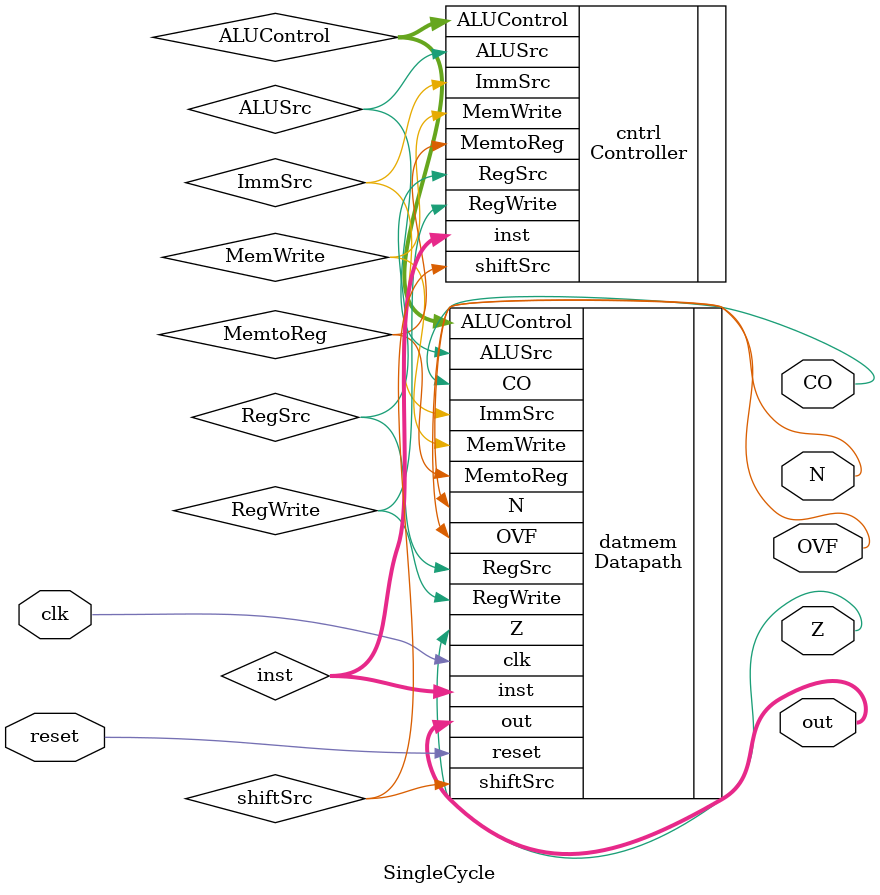
<source format=v>
/*
 * Top level entity
*/

module SingleCycle (clk,reset,out,N,Z,CO,OVF);

input clk,reset;

output [31:0] out;
output N,Z,CO,OVF;

wire  MemtoReg;
wire	MemWrite;
wire	ImmSrc;
wire	RegSrc;
wire	ALUSrc;
wire	RegWrite;
wire	shiftSrc;
wire	[2:0] ALUControl;
wire	[31:0] inst;

Controller cntrl (
	.MemtoReg(MemtoReg),
	.MemWrite(MemWrite),
	.ImmSrc(ImmSrc),
	.RegSrc(RegSrc),
	.ALUSrc(ALUSrc),
	.RegWrite(RegWrite),
	.shiftSrc(shiftSrc),
	.ALUControl(ALUControl),
	.inst(inst));
	
Datapath datmem (
	.MemtoReg(MemtoReg),
	.MemWrite(MemWrite),
	.ImmSrc(ImmSrc),
	.RegSrc(RegSrc),
	.ALUSrc(ALUSrc),
	.RegWrite(RegWrite),
	.shiftSrc(shiftSrc),
	.ALUControl(ALUControl),
	.inst(inst),
	.clk(clk),
	.reset(reset),
	.out(out),
	.N(N),
	.Z(Z),
	.CO(CO),
	.OVF(OVF));

endmodule

</source>
